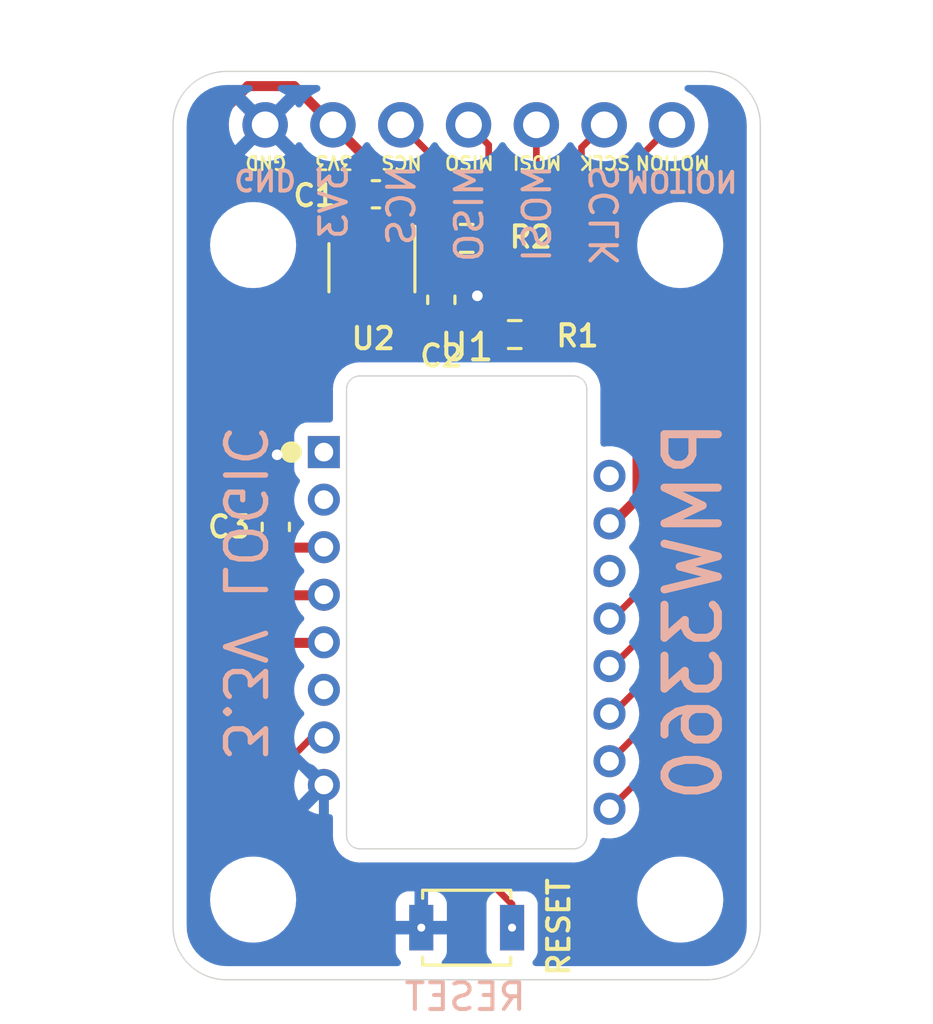
<source format=kicad_pcb>
(kicad_pcb (version 20211014) (generator pcbnew)
  (layers (0 "F.Cu" signal) (31 "B.Cu" signal) (34 "B.Paste" user) (35 "F.Paste" user) (36 "B.SilkS" user "B.Silkscreen") (37 "F.SilkS" user "F.Silkscreen") (38 "B.Mask" user) (39 "F.Mask" user) (44 "Edge.Cuts" user))
  (net 0 "")
  (net 1 "RESET")
  (net 7 "+3V3")
  (net 8 "GND")
  (net 9 "+1V8")
  (net 10 "Net-(C3-Pad1)")
  (net 11 "MOTION")
  (net 12 "SCLK")
  (net 13 "MOSI")
  (net 14 "MISO")
  (net 15 "NCS")
  (net 16 "Net-(R1-Pad2)")
  (footprint "Capacitor_SMD:C_0603_1608Metric" (layer "F.Cu") (at 141.85 103.05 90)
    (fp_text reference "C3" (at 0 -1.75 180) (layer "F.SilkS") (effects (font (size 0.8 0.8))))
    (fp_text value "4.7u")
    (fp_line (start -0.14058 -0.51) (end 0.14058 -0.51) (layer "F.SilkS") (width 0.12))
    (fp_line (start -0.14058 0.51) (end 0.14058 0.51) (layer "F.SilkS") (width 0.12))
    (pad "1" smd roundrect locked (at -0.775 0 90) (size 0.9 0.95) (layers "F.Cu" "F.Paste" "F.Mask") (net 10 "Net-(C3-Pad1)"))
    (pad "2" smd roundrect locked (at 0.775 0 90) (size 0.9 0.95) (layers "F.Cu" "F.Paste" "F.Mask") (net 8 "GND"))
  )
  (footprint "Connector_PinHeader_2.54mm:PinHeader_1x07_P2.54mm_Vertical" (layer "F.Cu") (at 141.45 88 90)
    (fp_text reference "J1" hide)
    (fp_text value "Conn_01x07")
    (pad "1" thru_hole circle locked (at 0 0 90) (size 1.7 1.7) (drill 1) (layers *.Cu *.Mask) (net 8 "GND"))
    (pad "2" thru_hole oval locked (at 0 2.54 90) (size 1.7 1.7) (drill 1) (layers *.Cu *.Mask) (net 7 "+3V3"))
    (pad "3" thru_hole oval locked (at 0 5.08 90) (size 1.7 1.7) (drill 1) (layers *.Cu *.Mask) (net 15 "NCS"))
    (pad "4" thru_hole oval locked (at 0 7.62 90) (size 1.7 1.7) (drill 1) (layers *.Cu *.Mask) (net 14 "MISO"))
    (pad "5" thru_hole oval locked (at 0 10.16 90) (size 1.7 1.7) (drill 1) (layers *.Cu *.Mask) (net 13 "MOSI"))
    (pad "6" thru_hole oval locked (at 0 12.7 90) (size 1.7 1.7) (drill 1) (layers *.Cu *.Mask) (net 12 "SCLK"))
    (pad "7" thru_hole oval locked (at 0 15.24 90) (size 1.7 1.7) (drill 1) (layers *.Cu *.Mask) (net 11 "MOTION"))
  )
  (footprint "Resistor_SMD:R_0603_1608Metric" (layer "F.Cu") (at 149 92.25)
    (fp_text reference "R2" (at 2.4 -0.05) (layer "F.SilkS") (effects (font (size 0.8 0.8))))
    (fp_text value "10k")
    (fp_line (start -0.237258 -0.5225) (end 0.237258 -0.5225) (layer "F.SilkS") (width 0.12))
    (fp_line (start -0.237258 0.5225) (end 0.237258 0.5225) (layer "F.SilkS") (width 0.12))
    (pad "1" smd roundrect locked (at -0.825 0) (size 0.8 0.95) (layers "F.Cu" "F.Paste" "F.Mask") (net 7 "+3V3"))
    (pad "2" smd roundrect locked (at 0.825 0) (size 0.8 0.95) (layers "F.Cu" "F.Paste" "F.Mask") (net 14 "MISO"))
  )
  (footprint "MountingHole:MountingHole_2.2mm_M2" (layer "F.Cu") (at 157 92.5)
    (fp_text reference "REF**" hide)
    (fp_text value "MountingHole_2.2mm_M2")
    (pad "" np_thru_hole circle locked (at 0 0) (size 2.2 2.2) (drill 2.2) (layers *.Cu *.Mask))
  )
  (footprint "MountingHole:MountingHole_2.2mm_M2" (layer "F.Cu") (at 141 117)
    (fp_text reference "REF**" hide)
    (fp_text value "MountingHole_2.2mm_M2")
    (pad "" np_thru_hole circle locked (at 0 0) (size 2.2 2.2) (drill 2.2) (layers *.Cu *.Mask))
  )
  (footprint "MountingHole:MountingHole_2.2mm_M2" (layer "F.Cu") (at 157 117)
    (fp_text reference "REF**" hide)
    (fp_text value "MountingHole_2.2mm_M2")
    (pad "" np_thru_hole circle locked (at 0 0) (size 2.2 2.2) (drill 2.2) (layers *.Cu *.Mask))
  )
  (footprint "mylib:PMW3360" (layer "F.Cu") (at 143.65 100.25)
    (fp_text reference "U1" (at 5.35 -3.925) (layer "F.SilkS"))
    (fp_text value "PMW3360")
    (fp_circle (center -1.225 0) (end -1.025 0) (layer "F.SilkS") (width 0.4) (fill none))
    (pad "1" thru_hole rect (at 0 0) (size 1.2 1.2) (drill 0.7) (layers *.Cu *.Mask))
    (pad "2" thru_hole circle (at 0 1.78) (size 1.2 1.2) (drill 0.7) (layers *.Cu *.Mask))
    (pad "3" thru_hole circle (at 0 3.56) (size 1.2 1.2) (drill 0.7) (layers *.Cu *.Mask) (net 10 "Net-(C3-Pad1)"))
    (pad "4" thru_hole circle (at 0 5.34) (size 1.2 1.2) (drill 0.7) (layers *.Cu *.Mask) (net 9 "+1V8"))
    (pad "5" thru_hole circle (at 0 7.12) (size 1.2 1.2) (drill 0.7) (layers *.Cu *.Mask) (net 7 "+3V3"))
    (pad "6" thru_hole circle (at 0 8.9) (size 1.2 1.2) (drill 0.7) (layers *.Cu *.Mask))
    (pad "7" thru_hole circle (at 0 10.68) (size 1.2 1.2) (drill 0.7) (layers *.Cu *.Mask) (net 1 "RESET"))
    (pad "8" thru_hole circle (at 0 12.46) (size 1.2 1.2) (drill 0.7) (layers *.Cu *.Mask) (net 8 "GND"))
    (pad "9" thru_hole circle (at 10.7 13.35) (size 1.2 1.2) (drill 0.7) (layers *.Cu *.Mask) (net 11 "MOTION"))
    (pad "10" thru_hole circle (at 10.7 11.57) (size 1.2 1.2) (drill 0.7) (layers *.Cu *.Mask) (net 12 "SCLK"))
    (pad "11" thru_hole circle (at 10.7 9.79) (size 1.2 1.2) (drill 0.7) (layers *.Cu *.Mask) (net 13 "MOSI"))
    (pad "12" thru_hole circle (at 10.7 8.01) (size 1.2 1.2) (drill 0.7) (layers *.Cu *.Mask) (net 14 "MISO"))
    (pad "13" thru_hole circle (at 10.7 6.23) (size 1.2 1.2) (drill 0.7) (layers *.Cu *.Mask) (net 15 "NCS"))
    (pad "14" thru_hole circle (at 10.7 4.45) (size 1.2 1.2) (drill 0.7) (layers *.Cu *.Mask))
    (pad "15" thru_hole circle (at 10.7 2.67) (size 1.2 1.2) (drill 0.7) (layers *.Cu *.Mask) (net 16 "Net-(R1-Pad2)"))
    (pad "16" thru_hole circle (at 10.7 0.89) (size 1.2 1.2) (drill 0.7) (layers *.Cu *.Mask))
  )
  (footprint "Capacitor_SMD:C_0603_1608Metric" (layer "F.Cu") (at 145.6 90.6)
    (fp_text reference "C1" (at -2.3 0.05) (layer "F.SilkS") (effects (font (size 0.8 0.8))))
    (fp_text value "0.1u")
    (fp_line (start -0.14058 -0.51) (end 0.14058 -0.51) (layer "F.SilkS") (width 0.12))
    (fp_line (start -0.14058 0.51) (end 0.14058 0.51) (layer "F.SilkS") (width 0.12))
    (pad "1" smd roundrect locked (at -0.775 0) (size 0.9 0.95) (layers "F.Cu" "F.Paste" "F.Mask") (net 8 "GND"))
    (pad "2" smd roundrect locked (at 0.775 0) (size 0.9 0.95) (layers "F.Cu" "F.Paste" "F.Mask") (net 7 "+3V3"))
  )
  (footprint "MountingHole:MountingHole_2.2mm_M2" (layer "F.Cu") (at 141 92.5)
    (fp_text reference "REF**" hide)
    (fp_text value "MountingHole_2.2mm_M2")
    (pad "" np_thru_hole circle locked (at 0 0) (size 2.2 2.2) (drill 2.2) (layers *.Cu *.Mask))
  )
  (footprint "Resistor_SMD:R_0603_1608Metric" (layer "F.Cu") (at 150.8 95.85)
    (fp_text reference "R1" (at 2.35 0.05) (layer "F.SilkS") (effects (font (size 0.8 0.8))))
    (fp_text value "39")
    (fp_line (start -0.237258 0.5225) (end 0.237258 0.5225) (layer "F.SilkS") (width 0.12))
    (fp_line (start -0.237258 -0.5225) (end 0.237258 -0.5225) (layer "F.SilkS") (width 0.12))
    (pad "1" smd roundrect locked (at -0.825 0) (size 0.8 0.95) (layers "F.Cu" "F.Paste" "F.Mask") (net 9 "+1V8"))
    (pad "2" smd roundrect locked (at 0.825 0) (size 0.8 0.95) (layers "F.Cu" "F.Paste" "F.Mask") (net 16 "Net-(R1-Pad2)"))
  )
  (footprint "Package_TO_SOT_SMD:SOT-23-5" (layer "F.Cu") (at 145.45 93.35 -90)
    (fp_text reference "U2" (at 2.65 -0.05 180) (layer "F.SilkS") (effects (font (size 0.8 0.8))))
    (fp_text value "TCR2EF19")
    (fp_line (start -0.9 1.61) (end 0.9 1.61) (layer "F.SilkS") (width 0.12))
    (fp_line (start 0.9 -1.61) (end -1.55 -1.61) (layer "F.SilkS") (width 0.12))
    (pad "1" smd rect locked (at -1.1 -0.95 270) (size 1.06 0.65) (layers "F.Cu" "F.Paste" "F.Mask") (net 7 "+3V3"))
    (pad "2" smd rect locked (at -1.1 0 270) (size 1.06 0.65) (layers "F.Cu" "F.Paste" "F.Mask") (net 8 "GND"))
    (pad "3" smd rect locked (at -1.1 0.95 270) (size 1.06 0.65) (layers "F.Cu" "F.Paste" "F.Mask") (net 7 "+3V3"))
    (pad "4" smd rect locked (at 1.1 0.95 270) (size 1.06 0.65) (layers "F.Cu" "F.Paste" "F.Mask"))
    (pad "5" smd rect locked (at 1.1 -0.95 270) (size 1.06 0.65) (layers "F.Cu" "F.Paste" "F.Mask") (net 9 "+1V8"))
  )
  (footprint "Capacitor_SMD:C_0603_1608Metric" (layer "F.Cu") (at 148.05 94.55 90)
    (fp_text reference "C2" (at -2.1 0 180) (layer "F.SilkS") (effects (font (size 0.8 0.8))))
    (fp_text value "1u")
    (fp_line (start -0.14058 0.51) (end 0.14058 0.51) (layer "F.SilkS") (width 0.12))
    (fp_line (start -0.14058 -0.51) (end 0.14058 -0.51) (layer "F.SilkS") (width 0.12))
    (pad "1" smd roundrect locked (at -0.775 0 90) (size 0.9 0.95) (layers "F.Cu" "F.Paste" "F.Mask") (net 9 "+1V8"))
    (pad "2" smd roundrect locked (at 0.775 0 90) (size 0.9 0.95) (layers "F.Cu" "F.Paste" "F.Mask") (net 8 "GND"))
  )
  (footprint "mylib:SW_B3U-1000P_reversible" (layer "F.Cu") (at 149 118.05)
    (fp_text reference "sw_reset1" hide)
    (fp_text value "SW_RESET-kbd")
    (fp_text user "RESET" (at -0.059216 2.589625 unlocked) (layer "B.SilkS") (effects (justify mirror)))
    (fp_text user "RESET" (at 3.45 -0.025 90 unlocked) (layer "F.SilkS") (effects (font (size 0.8 0.8))))
    (fp_line (start 1.65 1.4) (end 1.65 1.1) (layer "F.SilkS") (width 0.12))
    (fp_line (start -1.65 1.1) (end -1.65 1.4) (layer "F.SilkS") (width 0.12))
    (fp_line (start -1.65 -1.4) (end 1.65 -1.4) (layer "F.SilkS") (width 0.12))
    (fp_line (start -1.65 1.4) (end 1.65 1.4) (layer "F.SilkS") (width 0.12))
    (fp_line (start -1.65 -1.1) (end -1.65 -1.4) (layer "F.SilkS") (width 0.12))
    (fp_line (start 1.65 -1.4) (end 1.65 -1.1) (layer "F.SilkS") (width 0.12))
    (pad "1" thru_hole rect (at -1.7 0) (size 0.9 1.7) (drill 0.3) (layers *.Cu *.Mask) (net 8 "GND"))
    (pad "2" thru_hole rect (at 1.7 0) (size 0.9 1.7) (drill 0.3) (layers *.Cu *.Mask) (net 1 "RESET"))
  )
  (gr_line (start 138 118) (end 138 88) (layer "Edge.Cuts") (width 0.05))
  (gr_line (start 153.5 97.9) (end 153.5 114.6) (layer "Edge.Cuts") (width 0.05))
  (gr_line (start 153 115.1) (end 145 115.1) (layer "Edge.Cuts") (width 0.05))
  (gr_arc (start 145 115.1) (mid 144.646447 114.953553) (end 144.5 114.6) (layer "Edge.Cuts") (width 0.05))
  (gr_line (start 145 97.4) (end 153 97.4) (layer "Edge.Cuts") (width 0.05))
  (gr_line (start 144.5 114.6) (end 144.5 97.9) (layer "Edge.Cuts") (width 0.05))
  (gr_arc (start 153 97.4) (mid 153.353553 97.546447) (end 153.5 97.9) (layer "Edge.Cuts") (width 0.05))
  (gr_arc (start 153.5 114.6) (mid 153.353553 114.953553) (end 153 115.1) (layer "Edge.Cuts") (width 0.05))
  (gr_arc (start 144.5 97.9) (mid 144.646447 97.546447) (end 145 97.4) (layer "Edge.Cuts") (width 0.05))
  (gr_arc (start 138 88) (mid 138.585786 86.585786) (end 140 86) (layer "Edge.Cuts") (width 0.05))
  (gr_arc (start 160 118) (mid 159.414214 119.414214) (end 158 120) (layer "Edge.Cuts") (width 0.05))
  (gr_line (start 140 86) (end 158 86) (layer "Edge.Cuts") (width 0.05))
  (gr_arc (start 140 120) (mid 138.585786 119.414214) (end 138 118) (layer "Edge.Cuts") (width 0.05))
  (gr_line (start 158 120) (end 140 120) (layer "Edge.Cuts") (width 0.05))
  (gr_line (start 160 88) (end 160 118) (layer "Edge.Cuts") (width 0.05))
  (gr_arc (start 158 86) (mid 159.414214 86.585786) (end 160 88) (layer "Edge.Cuts") (width 0.05))
  (gr_text "3V3" (at 144.018 89.408 90) (layer "B.SilkS") (effects (font (size 1 1)) (justify left mirror)))
  (gr_text "GND" (at 141.45 90.05 180) (layer "B.SilkS") (effects (font (size 0.75 0.75)) (justify mirror)))
  (gr_text "3.3V LOGIC" (at 140.65 105.5 -90) (layer "B.SilkS") (effects (font (size 1.5 1.5) (thickness 0.2)) (justify mirror)))
  (gr_text "PMW3360" (at 157.5 106.2 90) (layer "B.SilkS") (effects (font (size 2 2) (thickness 0.3)) (justify mirror)))
  (gr_text "NCS" (at 146.558 89.408 90) (layer "B.SilkS") (effects (font (size 1 1)) (justify left mirror)))
  (gr_text "SCLK" (at 154.178 89.408 90) (layer "B.SilkS") (effects (font (size 1 1)) (justify left mirror)))
  (gr_text "MOSI" (at 151.638 89.408 90) (layer "B.SilkS") (effects (font (size 1 1)) (justify left mirror)))
  (gr_text "MOTION" (at 157.05 90.1 180) (layer "B.SilkS") (effects (font (size 0.75 0.75)) (justify mirror)))
  (gr_text "MISO" (at 149.098 89.408 90) (layer "B.SilkS") (effects (font (size 1 1)) (justify left mirror)))
  (gr_text "SCLK" (at 154.178 89.408 180) (layer "F.SilkS") (effects (font (size 0.5 0.5) (thickness 0.1))))
  (gr_text "MOTION" (at 156.718 89.408 180) (layer "F.SilkS") (effects (font (size 0.5 0.5) (thickness 0.1))))
  (gr_text "MISO" (at 149.098 89.408 180) (layer "F.SilkS") (effects (font (size 0.5 0.5) (thickness 0.1))))
  (gr_text "MOSI" (at 151.638 89.408 180) (layer "F.SilkS") (effects (font (size 0.5 0.5) (thickness 0.1))))
  (gr_text "GND" (at 141.478 89.408 180) (layer "F.SilkS") (effects (font (size 0.5 0.5) (thickness 0.1))))
  (gr_text "3V3" (at 144.018 89.408 180) (layer "F.SilkS") (effects (font (size 0.5 0.5) (thickness 0.1))))
  (gr_text "NCS" (at 146.558 89.408 180) (layer "F.SilkS") (effects (font (size 0.5 0.5) (thickness 0.1))))
  (segment (start 142.15 114.075) (end 144.2 116.125) (width 0.25) (layer "F.Cu") (net 1))
  (segment (start 144.2 116.125) (end 149.65 116.125) (width 0.25) (layer "F.Cu") (net 1))
  (segment (start 149.65 116.125) (end 150.7 117.175) (width 0.25) (layer "F.Cu") (net 1))
  (segment (start 143.65 110.93) (end 143.195 110.93) (width 0.25) (layer "F.Cu") (net 1))
  (segment (start 143.195 110.93) (end 142.15 111.975) (width 0.25) (layer "F.Cu") (net 1))
  (segment (start 142.15 111.975) (end 142.15 114.075) (width 0.25) (layer "F.Cu") (net 1))
  (segment (start 150.7 117.175) (end 150.7 118.05) (width 0.25) (layer "F.Cu") (net 1))
  (segment (start 146.375 92.225) (end 146.4 92.25) (width 0.375) (layer "F.Cu") (net 7))
  (segment (start 146.375 90.6) (end 146.375 92.225) (width 0.375) (layer "F.Cu") (net 7))
  (segment (start 146.375 90.385) (end 146.375 90.6) (width 0.375) (layer "F.Cu") (net 7))
  (segment (start 139.35 104.8) (end 141.94 107.39) (width 0.375) (layer "F.Cu") (net 7))
  (segment (start 139.9 87.45) (end 139.9 88.75) (width 0.375) (layer "F.Cu") (net 7))
  (segment (start 144.5 92.25) (end 144.5 92.8) (width 0.375) (layer "F.Cu") (net 7))
  (segment (start 141 89.85) (end 142.2 89.85) (width 0.375) (layer "F.Cu") (net 7))
  (segment (start 142.54 86.55) (end 140.8 86.55) (width 0.375) (layer "F.Cu") (net 7))
  (segment (start 139.35 97.95) (end 139.35 104.8) (width 0.375) (layer "F.Cu") (net 7))
  (segment (start 142.2 89.85) (end 144.5 92.15) (width 0.375) (layer "F.Cu") (net 7))
  (segment (start 139.9 88.75) (end 141 89.85) (width 0.375) (layer "F.Cu") (net 7))
  (segment (start 143.99 88) (end 142.54 86.55) (width 0.375) (layer "F.Cu") (net 7))
  (segment (start 143.99 88) (end 146.375 90.385) (width 0.375) (layer "F.Cu") (net 7))
  (segment (start 141.94 107.39) (end 143.65 107.39) (width 0.375) (layer "F.Cu") (net 7))
  (segment (start 144.5 92.8) (end 139.35 97.95) (width 0.375) (layer "F.Cu") (net 7))
  (segment (start 140.8 86.55) (end 139.9 87.45) (width 0.375) (layer "F.Cu") (net 7))
  (segment (start 144.5 92.15) (end 144.5 92.25) (width 0.375) (layer "F.Cu") (net 7))
  (segment (start 146.4 92.25) (end 148.175 92.25) (width 0.375) (layer "F.Cu") (net 7))
  (segment (start 145.45 91.225) (end 145.45 92.25) (width 0.5) (layer "F.Cu") (net 8))
  (segment (start 144.825 90.6) (end 145.45 91.225) (width 0.5) (layer "F.Cu") (net 8))
  (segment (start 143.25 89.8) (end 144.05 90.6) (width 0.5) (layer "F.Cu") (net 8))
  (segment (start 141.45 88) (end 143.25 89.8) (width 0.5) (layer "F.Cu") (net 8))
  (segment (start 145.834998 93.35) (end 146.965002 93.35) (width 0.5) (layer "F.Cu") (net 8))
  (segment (start 146.965002 93.35) (end 147.390002 93.775) (width 0.5) (layer "F.Cu") (net 8))
  (segment (start 148.775 93.775) (end 149.4 94.4) (width 0.5) (layer "F.Cu") (net 8))
  (segment (start 145.45 92.25) (end 145.45 92.965002) (width 0.5) (layer "F.Cu") (net 8))
  (segment (start 141.9 100.35) (end 141.9 102.225) (width 0.375) (layer "F.Cu") (net 8))
  (segment (start 148.05 93.775) (end 148.775 93.775) (width 0.5) (layer "F.Cu") (net 8))
  (segment (start 147.390002 93.775) (end 148.05 93.775) (width 0.5) (layer "F.Cu") (net 8))
  (segment (start 144.05 90.6) (end 144.825 90.6) (width 0.5) (layer "F.Cu") (net 8))
  (segment (start 145.45 92.965002) (end 145.834998 93.35) (width 0.5) (layer "F.Cu") (net 8))
  (via (at 149.4 94.4) (size 0.8) (drill 0.4) (layers "F.Cu" "B.Cu") (net 8))
  (via (at 141.9 100.35) (size 0.8) (drill 0.4) (layers "F.Cu" "B.Cu") (net 8))
  (segment (start 143.65 116.05) (end 145.65 118.05) (width 0.375) (layer "B.Cu") (net 8))
  (segment (start 149.4 94.4) (end 144.55 94.4) (width 0.375) (layer "B.Cu") (net 8))
  (segment (start 141.9 110.98) (end 143.65 112.73) (width 0.375) (layer "B.Cu") (net 8))
  (segment (start 141.9 100.35) (end 141.9 110.98) (width 0.375) (layer "B.Cu") (net 8))
  (segment (start 144.55 94.4) (end 141.9 97.05) (width 0.375) (layer "B.Cu") (net 8))
  (segment (start 145.65 118.05) (end 147.3 118.05) (width 0.375) (layer "B.Cu") (net 8))
  (segment (start 143.65 112.71) (end 143.65 116.05) (width 0.375) (layer "B.Cu") (net 8))
  (segment (start 141.9 97.05) (end 141.9 100.35) (width 0.375) (layer "B.Cu") (net 8))
  (segment (start 147.475 94.75) (end 148.05 95.325) (width 0.375) (layer "F.Cu") (net 9))
  (segment (start 146.7 94.75) (end 147.475 94.75) (width 0.375) (layer "F.Cu") (net 9))
  (segment (start 148.05 95.325) (end 149.45 95.325) (width 0.375) (layer "F.Cu") (net 9))
  (segment (start 147.325 96.05) (end 148.05 95.325) (width 0.375) (layer "F.Cu") (net 9))
  (segment (start 140.3 99.3) (end 143.55 96.05) (width 0.375) (layer "F.Cu") (net 9))
  (segment (start 143.65 105.61) (end 141.61 105.61) (width 0.375) (layer "F.Cu") (net 9))
  (segment (start 141.61 105.61) (end 140.3 104.3) (width 0.375) (layer "F.Cu") (net 9))
  (segment (start 149.45 95.325) (end 149.975 95.85) (width 0.375) (layer "F.Cu") (net 9))
  (segment (start 146.4 94.45) (end 146.7 94.75) (width 0.375) (layer "F.Cu") (net 9))
  (segment (start 143.55 96.05) (end 147.325 96.05) (width 0.375) (layer "F.Cu") (net 9))
  (segment (start 140.3 104.3) (end 140.3 99.3) (width 0.375) (layer "F.Cu") (net 9))
  (segment (start 141.85 103.825) (end 143.645 103.825) (width 0.375) (layer "F.Cu") (net 10))
  (segment (start 154.35 90.34) (end 154.35 93.8) (width 0.25) (layer "F.Cu") (net 11))
  (segment (start 154.35 93.8) (end 154.349998 93.800002) (width 0.25) (layer "F.Cu") (net 11))
  (segment (start 157.962551 97.412555) (end 157.962551 110.007449) (width 0.25) (layer "F.Cu") (net 11))
  (segment (start 154.35 93.800004) (end 157.962551 97.412555) (width 0.25) (layer "F.Cu") (net 11))
  (segment (start 157.962551 110.007449) (end 154.35 113.62) (width 0.25) (layer "F.Cu") (net 11))
  (segment (start 156.69 88) (end 154.35 90.34) (width 0.25) (layer "F.Cu") (net 11))
  (segment (start 154.35 93.8) (end 154.35 93.800004) (width 0.25) (layer "F.Cu") (net 11))
  (segment (start 154.15 88) (end 153.300001 88.849999) (width 0.25) (layer "F.Cu") (net 12))
  (segment (start 157.462541 108.727459) (end 154.35 111.84) (width 0.25) (layer "F.Cu") (net 12))
  (segment (start 153.300001 93.457125) (end 157.462541 97.619665) (width 0.25) (layer "F.Cu") (net 12))
  (segment (start 153.300001 88.849999) (end 153.300001 93.457125) (width 0.25) (layer "F.Cu") (net 12))
  (segment (start 157.462541 97.619665) (end 157.462541 108.727459) (width 0.25) (layer "F.Cu") (net 12))
  (segment (start 151.61 92.474244) (end 156.962531 97.826775) (width 0.25) (layer "F.Cu") (net 13))
  (segment (start 156.962531 107.547479) (end 154.45001 110.06) (width 0.25) (layer "F.Cu") (net 13))
  (segment (start 151.61 88) (end 151.61 92.474244) (width 0.25) (layer "F.Cu") (net 13))
  (segment (start 156.962531 97.826775) (end 156.962531 107.547479) (width 0.25) (layer "F.Cu") (net 13))
  (segment (start 149.825 88.755) (end 149.825 92.25) (width 0.25) (layer "F.Cu") (net 14))
  (segment (start 156.46252 106.26749) (end 154.45001 108.28) (width 0.25) (layer "F.Cu") (net 14))
  (segment (start 149.07 88) (end 149.825 88.755) (width 0.25) (layer "F.Cu") (net 14))
  (segment (start 149.825 92.25) (end 150.678634 92.25) (width 0.25) (layer "F.Cu") (net 14))
  (segment (start 156.46252 98.033886) (end 156.46252 106.26749) (width 0.25) (layer "F.Cu") (net 14))
  (segment (start 150.678634 92.25) (end 156.46252 98.033886) (width 0.25) (layer "F.Cu") (net 14))
  (segment (start 150.9 94.8) (end 152.521512 94.8) (width 0.25) (layer "F.Cu") (net 15))
  (segment (start 149 92.9) (end 150.9 94.8) (width 0.25) (layer "F.Cu") (net 15))
  (segment (start 149 90.47) (end 149 92.9) (width 0.25) (layer "F.Cu") (net 15))
  (segment (start 155.962509 104.987501) (end 154.45001 106.5) (width 0.25) (layer "F.Cu") (net 15))
  (segment (start 152.521512 94.8) (end 155.962509 98.240997) (width 0.25) (layer "F.Cu") (net 15))
  (segment (start 155.962509 98.240997) (end 155.962509 104.987501) (width 0.25) (layer "F.Cu") (net 15))
  (segment (start 146.53 88) (end 149 90.47) (width 0.25) (layer "F.Cu") (net 15))
  (segment (start 152.776002 95.85) (end 151.625 95.85) (width 0.375) (layer "F.Cu") (net 16))
  (segment (start 154.45001 102.94) (end 155.399998 101.990012) (width 0.375) (layer "F.Cu") (net 16))
  (segment (start 155.399998 101.990012) (end 155.399998 98.473996) (width 0.375) (layer "F.Cu") (net 16))
  (segment (start 155.399998 98.473996) (end 152.776002 95.85) (width 0.375) (layer "F.Cu") (net 16))
  (zone (net 8) (net_name "GND") (layer "B.Cu") (connect_pads (clearance 0.508)) (min_thickness 0.254) (fill yes (thermal_gap 0.508) (thermal_bridge_width 0.508))
    (polygon (pts (xy 160 120) (xy 138 120) (xy 138 86) (xy 160 86)))
  )
)
</source>
